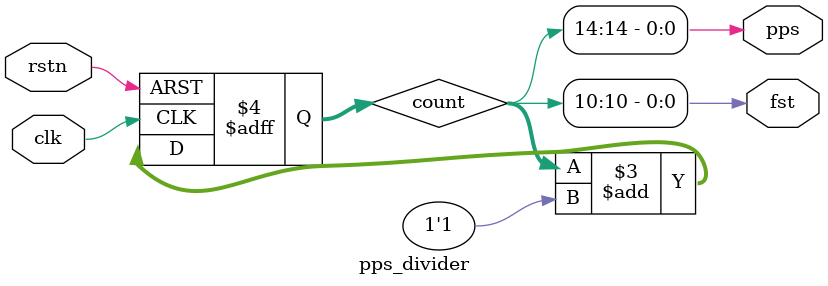
<source format=v>

module pps_divider(
    input	clk,
	input	rstn,
    output	pps,
	output	fst
);
	
	reg [14:0] count;
	
	always @ (posedge clk  or negedge rstn) begin
		if (~rstn) begin
			count <= 'b0;
		end else begin
			count <= count + 1'b1;
		end
	end
	
	assign pps = count[14]; // pulse per second
	assign fst = count[10]; // fast for colons
endmodule

</source>
